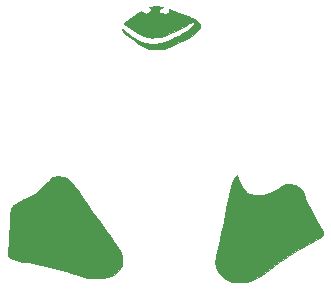
<source format=gbr>
G04 #@! TF.GenerationSoftware,KiCad,Pcbnew,5.1.2*
G04 #@! TF.CreationDate,2019-07-12T11:27:54-05:00*
G04 #@! TF.ProjectId,Tux,5475782e-6b69-4636-9164-5f7063625858,rev?*
G04 #@! TF.SameCoordinates,Original*
G04 #@! TF.FileFunction,Soldermask,Top*
G04 #@! TF.FilePolarity,Negative*
%FSLAX46Y46*%
G04 Gerber Fmt 4.6, Leading zero omitted, Abs format (unit mm)*
G04 Created by KiCad (PCBNEW 5.1.2) date 2019-07-12 11:27:54*
%MOMM*%
%LPD*%
G04 APERTURE LIST*
%ADD10C,0.010000*%
G04 APERTURE END LIST*
D10*
G36*
X161162215Y-101911752D02*
G01*
X161348513Y-102298717D01*
X161545573Y-102628712D01*
X161748258Y-102895021D01*
X161951433Y-103090928D01*
X162149962Y-103209720D01*
X162157090Y-103212524D01*
X162309918Y-103250545D01*
X162522742Y-103275725D01*
X162771826Y-103287784D01*
X163033436Y-103286442D01*
X163283837Y-103271418D01*
X163499295Y-103242432D01*
X163561334Y-103229113D01*
X163888318Y-103122368D01*
X164229536Y-102963658D01*
X164550213Y-102770062D01*
X164663505Y-102687788D01*
X164867885Y-102536570D01*
X165029013Y-102434496D01*
X165165495Y-102372899D01*
X165295939Y-102343113D01*
X165418126Y-102336334D01*
X165628827Y-102357267D01*
X165866169Y-102412944D01*
X166094021Y-102492681D01*
X166276251Y-102585792D01*
X166287789Y-102593507D01*
X166381135Y-102666878D01*
X166464751Y-102757315D01*
X166545774Y-102877081D01*
X166631342Y-103038440D01*
X166728593Y-103253655D01*
X166844663Y-103534988D01*
X166864278Y-103583999D01*
X167009924Y-103935554D01*
X167157289Y-104260529D01*
X167316752Y-104578954D01*
X167498692Y-104910859D01*
X167713488Y-105276274D01*
X167892768Y-105568879D01*
X168022986Y-105783259D01*
X168142352Y-105988140D01*
X168241045Y-106166044D01*
X168309245Y-106299497D01*
X168329897Y-106346818D01*
X168371826Y-106470196D01*
X168379308Y-106551406D01*
X168353608Y-106625046D01*
X168340936Y-106648491D01*
X168282925Y-106724634D01*
X168184203Y-106814433D01*
X168038869Y-106921717D01*
X167841022Y-107050318D01*
X167584760Y-107204067D01*
X167264183Y-107386793D01*
X166873387Y-107602328D01*
X166861792Y-107608646D01*
X166317091Y-107910918D01*
X165837659Y-108189520D01*
X165410382Y-108452803D01*
X165022151Y-108709113D01*
X164659853Y-108966801D01*
X164316892Y-109229059D01*
X163893474Y-109557228D01*
X163520117Y-109831512D01*
X163187140Y-110058018D01*
X162884862Y-110242855D01*
X162603599Y-110392130D01*
X162333672Y-110511952D01*
X162206857Y-110560232D01*
X162085076Y-110596990D01*
X161942899Y-110623765D01*
X161762673Y-110642622D01*
X161526743Y-110655627D01*
X161338834Y-110661820D01*
X161089601Y-110667745D01*
X160907047Y-110668571D01*
X160773252Y-110662594D01*
X160670294Y-110648113D01*
X160580253Y-110623425D01*
X160485210Y-110586829D01*
X160466433Y-110578949D01*
X160108931Y-110395474D01*
X159817115Y-110170101D01*
X159577124Y-109889933D01*
X159394632Y-109581552D01*
X159339379Y-109468295D01*
X159295606Y-109364013D01*
X159264105Y-109260161D01*
X159245667Y-109148194D01*
X159241084Y-109019565D01*
X159251147Y-108865731D01*
X159276647Y-108678145D01*
X159318376Y-108448262D01*
X159377126Y-108167538D01*
X159453687Y-107827427D01*
X159548851Y-107419383D01*
X159624574Y-107098834D01*
X159760917Y-106514684D01*
X159879440Y-105987124D01*
X159985269Y-105491248D01*
X160083531Y-105002149D01*
X160179353Y-104494919D01*
X160277863Y-103944652D01*
X160299944Y-103818000D01*
X160387843Y-103340146D01*
X160473294Y-102937961D01*
X160559092Y-102602611D01*
X160648029Y-102325262D01*
X160742898Y-102097079D01*
X160846493Y-101909227D01*
X160947474Y-101769797D01*
X161047725Y-101647761D01*
X161162215Y-101911752D01*
X161162215Y-101911752D01*
G37*
X161162215Y-101911752D02*
X161348513Y-102298717D01*
X161545573Y-102628712D01*
X161748258Y-102895021D01*
X161951433Y-103090928D01*
X162149962Y-103209720D01*
X162157090Y-103212524D01*
X162309918Y-103250545D01*
X162522742Y-103275725D01*
X162771826Y-103287784D01*
X163033436Y-103286442D01*
X163283837Y-103271418D01*
X163499295Y-103242432D01*
X163561334Y-103229113D01*
X163888318Y-103122368D01*
X164229536Y-102963658D01*
X164550213Y-102770062D01*
X164663505Y-102687788D01*
X164867885Y-102536570D01*
X165029013Y-102434496D01*
X165165495Y-102372899D01*
X165295939Y-102343113D01*
X165418126Y-102336334D01*
X165628827Y-102357267D01*
X165866169Y-102412944D01*
X166094021Y-102492681D01*
X166276251Y-102585792D01*
X166287789Y-102593507D01*
X166381135Y-102666878D01*
X166464751Y-102757315D01*
X166545774Y-102877081D01*
X166631342Y-103038440D01*
X166728593Y-103253655D01*
X166844663Y-103534988D01*
X166864278Y-103583999D01*
X167009924Y-103935554D01*
X167157289Y-104260529D01*
X167316752Y-104578954D01*
X167498692Y-104910859D01*
X167713488Y-105276274D01*
X167892768Y-105568879D01*
X168022986Y-105783259D01*
X168142352Y-105988140D01*
X168241045Y-106166044D01*
X168309245Y-106299497D01*
X168329897Y-106346818D01*
X168371826Y-106470196D01*
X168379308Y-106551406D01*
X168353608Y-106625046D01*
X168340936Y-106648491D01*
X168282925Y-106724634D01*
X168184203Y-106814433D01*
X168038869Y-106921717D01*
X167841022Y-107050318D01*
X167584760Y-107204067D01*
X167264183Y-107386793D01*
X166873387Y-107602328D01*
X166861792Y-107608646D01*
X166317091Y-107910918D01*
X165837659Y-108189520D01*
X165410382Y-108452803D01*
X165022151Y-108709113D01*
X164659853Y-108966801D01*
X164316892Y-109229059D01*
X163893474Y-109557228D01*
X163520117Y-109831512D01*
X163187140Y-110058018D01*
X162884862Y-110242855D01*
X162603599Y-110392130D01*
X162333672Y-110511952D01*
X162206857Y-110560232D01*
X162085076Y-110596990D01*
X161942899Y-110623765D01*
X161762673Y-110642622D01*
X161526743Y-110655627D01*
X161338834Y-110661820D01*
X161089601Y-110667745D01*
X160907047Y-110668571D01*
X160773252Y-110662594D01*
X160670294Y-110648113D01*
X160580253Y-110623425D01*
X160485210Y-110586829D01*
X160466433Y-110578949D01*
X160108931Y-110395474D01*
X159817115Y-110170101D01*
X159577124Y-109889933D01*
X159394632Y-109581552D01*
X159339379Y-109468295D01*
X159295606Y-109364013D01*
X159264105Y-109260161D01*
X159245667Y-109148194D01*
X159241084Y-109019565D01*
X159251147Y-108865731D01*
X159276647Y-108678145D01*
X159318376Y-108448262D01*
X159377126Y-108167538D01*
X159453687Y-107827427D01*
X159548851Y-107419383D01*
X159624574Y-107098834D01*
X159760917Y-106514684D01*
X159879440Y-105987124D01*
X159985269Y-105491248D01*
X160083531Y-105002149D01*
X160179353Y-104494919D01*
X160277863Y-103944652D01*
X160299944Y-103818000D01*
X160387843Y-103340146D01*
X160473294Y-102937961D01*
X160559092Y-102602611D01*
X160648029Y-102325262D01*
X160742898Y-102097079D01*
X160846493Y-101909227D01*
X160947474Y-101769797D01*
X161047725Y-101647761D01*
X161162215Y-101911752D01*
G36*
X146193798Y-101736967D02*
G01*
X146398038Y-101776373D01*
X146591238Y-101849263D01*
X146780080Y-101961384D01*
X146971246Y-102118482D01*
X147171421Y-102326304D01*
X147387287Y-102590595D01*
X147625527Y-102917104D01*
X147892823Y-103311576D01*
X147991199Y-103461722D01*
X148209017Y-103792845D01*
X148430662Y-104122056D01*
X148664753Y-104461642D01*
X148919911Y-104823890D01*
X149204753Y-105221088D01*
X149527900Y-105665524D01*
X149740719Y-105955834D01*
X150082945Y-106425805D01*
X150389559Y-106855666D01*
X150657264Y-107240578D01*
X150882765Y-107575702D01*
X151062767Y-107856203D01*
X151193974Y-108077240D01*
X151225840Y-108136000D01*
X151283098Y-108252773D01*
X151319134Y-108355853D01*
X151338769Y-108471100D01*
X151346822Y-108624371D01*
X151348167Y-108792167D01*
X151345340Y-108999972D01*
X151334242Y-109147347D01*
X151310945Y-109258417D01*
X151271523Y-109357306D01*
X151248989Y-109401430D01*
X151044894Y-109702434D01*
X150782762Y-109946236D01*
X150458911Y-110135569D01*
X150078167Y-110270888D01*
X149851457Y-110315093D01*
X149568960Y-110345055D01*
X149258479Y-110359982D01*
X148947819Y-110359086D01*
X148664782Y-110341574D01*
X148482970Y-110316235D01*
X148354393Y-110286150D01*
X148160214Y-110233355D01*
X147915064Y-110162185D01*
X147633570Y-110076975D01*
X147330363Y-109982060D01*
X147050096Y-109891625D01*
X146619885Y-109752491D01*
X146241966Y-109634959D01*
X145898012Y-109534454D01*
X145569699Y-109446402D01*
X145238701Y-109366227D01*
X144886693Y-109289354D01*
X144495350Y-109211208D01*
X144046346Y-109127215D01*
X143834000Y-109088704D01*
X143371221Y-109003987D01*
X142984535Y-108930035D01*
X142666295Y-108865132D01*
X142408853Y-108807562D01*
X142204562Y-108755610D01*
X142045773Y-108707559D01*
X141924838Y-108661692D01*
X141918304Y-108658833D01*
X141797741Y-108579127D01*
X141722781Y-108460245D01*
X141690441Y-108291364D01*
X141697740Y-108061663D01*
X141715168Y-107921678D01*
X141728477Y-107799982D01*
X141744037Y-107606578D01*
X141761061Y-107354369D01*
X141778766Y-107056259D01*
X141796365Y-106725151D01*
X141813075Y-106373950D01*
X141822218Y-106162056D01*
X141841153Y-105725689D01*
X141859361Y-105365248D01*
X141878275Y-105072018D01*
X141899330Y-104837286D01*
X141923961Y-104652338D01*
X141953602Y-104508460D01*
X141989687Y-104396939D01*
X142033651Y-104309060D01*
X142086927Y-104236111D01*
X142150090Y-104170197D01*
X142228883Y-104112726D01*
X142370895Y-104026722D01*
X142562694Y-103919605D01*
X142790846Y-103798799D01*
X143041918Y-103671723D01*
X143135500Y-103625787D01*
X143982167Y-103213705D01*
X144647409Y-102547725D01*
X144850561Y-102348021D01*
X145043677Y-102164965D01*
X145215557Y-102008652D01*
X145354999Y-101889177D01*
X145450806Y-101816634D01*
X145472909Y-101803729D01*
X145615617Y-101754846D01*
X145803342Y-101730113D01*
X145971834Y-101725299D01*
X146193798Y-101736967D01*
X146193798Y-101736967D01*
G37*
X146193798Y-101736967D02*
X146398038Y-101776373D01*
X146591238Y-101849263D01*
X146780080Y-101961384D01*
X146971246Y-102118482D01*
X147171421Y-102326304D01*
X147387287Y-102590595D01*
X147625527Y-102917104D01*
X147892823Y-103311576D01*
X147991199Y-103461722D01*
X148209017Y-103792845D01*
X148430662Y-104122056D01*
X148664753Y-104461642D01*
X148919911Y-104823890D01*
X149204753Y-105221088D01*
X149527900Y-105665524D01*
X149740719Y-105955834D01*
X150082945Y-106425805D01*
X150389559Y-106855666D01*
X150657264Y-107240578D01*
X150882765Y-107575702D01*
X151062767Y-107856203D01*
X151193974Y-108077240D01*
X151225840Y-108136000D01*
X151283098Y-108252773D01*
X151319134Y-108355853D01*
X151338769Y-108471100D01*
X151346822Y-108624371D01*
X151348167Y-108792167D01*
X151345340Y-108999972D01*
X151334242Y-109147347D01*
X151310945Y-109258417D01*
X151271523Y-109357306D01*
X151248989Y-109401430D01*
X151044894Y-109702434D01*
X150782762Y-109946236D01*
X150458911Y-110135569D01*
X150078167Y-110270888D01*
X149851457Y-110315093D01*
X149568960Y-110345055D01*
X149258479Y-110359982D01*
X148947819Y-110359086D01*
X148664782Y-110341574D01*
X148482970Y-110316235D01*
X148354393Y-110286150D01*
X148160214Y-110233355D01*
X147915064Y-110162185D01*
X147633570Y-110076975D01*
X147330363Y-109982060D01*
X147050096Y-109891625D01*
X146619885Y-109752491D01*
X146241966Y-109634959D01*
X145898012Y-109534454D01*
X145569699Y-109446402D01*
X145238701Y-109366227D01*
X144886693Y-109289354D01*
X144495350Y-109211208D01*
X144046346Y-109127215D01*
X143834000Y-109088704D01*
X143371221Y-109003987D01*
X142984535Y-108930035D01*
X142666295Y-108865132D01*
X142408853Y-108807562D01*
X142204562Y-108755610D01*
X142045773Y-108707559D01*
X141924838Y-108661692D01*
X141918304Y-108658833D01*
X141797741Y-108579127D01*
X141722781Y-108460245D01*
X141690441Y-108291364D01*
X141697740Y-108061663D01*
X141715168Y-107921678D01*
X141728477Y-107799982D01*
X141744037Y-107606578D01*
X141761061Y-107354369D01*
X141778766Y-107056259D01*
X141796365Y-106725151D01*
X141813075Y-106373950D01*
X141822218Y-106162056D01*
X141841153Y-105725689D01*
X141859361Y-105365248D01*
X141878275Y-105072018D01*
X141899330Y-104837286D01*
X141923961Y-104652338D01*
X141953602Y-104508460D01*
X141989687Y-104396939D01*
X142033651Y-104309060D01*
X142086927Y-104236111D01*
X142150090Y-104170197D01*
X142228883Y-104112726D01*
X142370895Y-104026722D01*
X142562694Y-103919605D01*
X142790846Y-103798799D01*
X143041918Y-103671723D01*
X143135500Y-103625787D01*
X143982167Y-103213705D01*
X144647409Y-102547725D01*
X144850561Y-102348021D01*
X145043677Y-102164965D01*
X145215557Y-102008652D01*
X145354999Y-101889177D01*
X145450806Y-101816634D01*
X145472909Y-101803729D01*
X145615617Y-101754846D01*
X145803342Y-101730113D01*
X145971834Y-101725299D01*
X146193798Y-101736967D01*
G36*
X154424284Y-87337919D02*
G01*
X154588178Y-87351074D01*
X154703525Y-87371011D01*
X154734834Y-87383006D01*
X154787195Y-87420196D01*
X154765630Y-87433101D01*
X154751126Y-87433713D01*
X154655610Y-87465180D01*
X154555544Y-87538790D01*
X154480920Y-87628055D01*
X154459667Y-87691097D01*
X154498270Y-87784554D01*
X154599638Y-87864429D01*
X154742110Y-87923508D01*
X154904023Y-87954578D01*
X155063717Y-87950425D01*
X155159314Y-87924082D01*
X155288190Y-87849252D01*
X155336930Y-87761750D01*
X155309944Y-87653455D01*
X155308104Y-87649975D01*
X155284399Y-87578439D01*
X155304028Y-87562000D01*
X155354584Y-87576723D01*
X155471879Y-87617918D01*
X155643840Y-87681121D01*
X155858392Y-87761871D01*
X156103462Y-87855705D01*
X156205101Y-87895037D01*
X156468760Y-87996800D01*
X156715882Y-88091123D01*
X156931979Y-88172558D01*
X157102565Y-88235659D01*
X157213153Y-88274979D01*
X157232500Y-88281335D01*
X157409325Y-88359878D01*
X157586576Y-88477350D01*
X157747741Y-88617979D01*
X157876309Y-88765990D01*
X157955770Y-88905609D01*
X157973334Y-88989086D01*
X157933579Y-89152620D01*
X157818310Y-89332846D01*
X157633518Y-89523540D01*
X157385194Y-89718475D01*
X157093640Y-89903222D01*
X156767370Y-90083788D01*
X156407496Y-90270579D01*
X156038109Y-90451892D01*
X155683302Y-90616024D01*
X155367164Y-90751275D01*
X155264000Y-90791967D01*
X155070233Y-90864287D01*
X154918588Y-90913196D01*
X154781678Y-90943853D01*
X154632116Y-90961416D01*
X154442513Y-90971043D01*
X154290334Y-90975351D01*
X154077405Y-90977726D01*
X153887011Y-90974472D01*
X153739720Y-90966293D01*
X153656099Y-90953893D01*
X153655334Y-90953645D01*
X153454489Y-90871625D01*
X153209851Y-90746902D01*
X152935477Y-90589046D01*
X152645425Y-90407624D01*
X152353754Y-90212205D01*
X152074520Y-90012357D01*
X151821783Y-89817649D01*
X151609600Y-89637648D01*
X151452029Y-89481923D01*
X151399820Y-89418471D01*
X151334523Y-89316012D01*
X151328307Y-89268367D01*
X151376813Y-89274281D01*
X151475679Y-89332499D01*
X151620546Y-89441767D01*
X151695025Y-89503398D01*
X152125014Y-89834864D01*
X152558367Y-90106802D01*
X152986405Y-90315249D01*
X153400450Y-90456245D01*
X153791823Y-90525827D01*
X153949927Y-90532804D01*
X154231781Y-90507639D01*
X154571455Y-90434230D01*
X154959469Y-90315712D01*
X155386344Y-90155215D01*
X155842602Y-89955873D01*
X156158027Y-89803140D01*
X156508322Y-89614606D01*
X156811291Y-89426405D01*
X157060548Y-89243777D01*
X157249710Y-89071963D01*
X157372390Y-88916204D01*
X157422204Y-88781742D01*
X157423000Y-88764775D01*
X157416196Y-88691576D01*
X157379389Y-88665828D01*
X157287990Y-88673552D01*
X157268121Y-88676722D01*
X157179575Y-88706840D01*
X157035449Y-88773725D01*
X156851876Y-88869133D01*
X156644988Y-88984823D01*
X156513245Y-89062423D01*
X156055544Y-89327200D01*
X155648271Y-89539321D01*
X155279414Y-89703308D01*
X154936961Y-89823686D01*
X154608898Y-89904979D01*
X154283215Y-89951710D01*
X154121000Y-89963355D01*
X153867831Y-89969898D01*
X153644192Y-89958810D01*
X153436704Y-89925029D01*
X153231988Y-89863493D01*
X153016665Y-89769138D01*
X152777355Y-89636904D01*
X152500679Y-89461727D01*
X152173258Y-89238545D01*
X152135156Y-89211956D01*
X151953740Y-89088912D01*
X151791649Y-88985936D01*
X151663877Y-88912053D01*
X151585417Y-88876288D01*
X151574240Y-88874334D01*
X151509181Y-88856988D01*
X151496334Y-88835923D01*
X151529554Y-88781170D01*
X151621290Y-88688616D01*
X151759655Y-88567489D01*
X151932761Y-88427018D01*
X152128722Y-88276432D01*
X152335649Y-88124960D01*
X152541656Y-87981830D01*
X152734856Y-87856272D01*
X152838581Y-87793849D01*
X152974328Y-87715248D01*
X153063904Y-87829124D01*
X153183592Y-87917735D01*
X153342238Y-87947214D01*
X153517585Y-87916921D01*
X153659363Y-87846261D01*
X153777954Y-87742271D01*
X153814359Y-87641026D01*
X153770381Y-87534570D01*
X153738473Y-87496875D01*
X153644617Y-87396970D01*
X153766392Y-87363068D01*
X153882896Y-87344121D01*
X154047485Y-87333945D01*
X154236000Y-87332044D01*
X154424284Y-87337919D01*
X154424284Y-87337919D01*
G37*
X154424284Y-87337919D02*
X154588178Y-87351074D01*
X154703525Y-87371011D01*
X154734834Y-87383006D01*
X154787195Y-87420196D01*
X154765630Y-87433101D01*
X154751126Y-87433713D01*
X154655610Y-87465180D01*
X154555544Y-87538790D01*
X154480920Y-87628055D01*
X154459667Y-87691097D01*
X154498270Y-87784554D01*
X154599638Y-87864429D01*
X154742110Y-87923508D01*
X154904023Y-87954578D01*
X155063717Y-87950425D01*
X155159314Y-87924082D01*
X155288190Y-87849252D01*
X155336930Y-87761750D01*
X155309944Y-87653455D01*
X155308104Y-87649975D01*
X155284399Y-87578439D01*
X155304028Y-87562000D01*
X155354584Y-87576723D01*
X155471879Y-87617918D01*
X155643840Y-87681121D01*
X155858392Y-87761871D01*
X156103462Y-87855705D01*
X156205101Y-87895037D01*
X156468760Y-87996800D01*
X156715882Y-88091123D01*
X156931979Y-88172558D01*
X157102565Y-88235659D01*
X157213153Y-88274979D01*
X157232500Y-88281335D01*
X157409325Y-88359878D01*
X157586576Y-88477350D01*
X157747741Y-88617979D01*
X157876309Y-88765990D01*
X157955770Y-88905609D01*
X157973334Y-88989086D01*
X157933579Y-89152620D01*
X157818310Y-89332846D01*
X157633518Y-89523540D01*
X157385194Y-89718475D01*
X157093640Y-89903222D01*
X156767370Y-90083788D01*
X156407496Y-90270579D01*
X156038109Y-90451892D01*
X155683302Y-90616024D01*
X155367164Y-90751275D01*
X155264000Y-90791967D01*
X155070233Y-90864287D01*
X154918588Y-90913196D01*
X154781678Y-90943853D01*
X154632116Y-90961416D01*
X154442513Y-90971043D01*
X154290334Y-90975351D01*
X154077405Y-90977726D01*
X153887011Y-90974472D01*
X153739720Y-90966293D01*
X153656099Y-90953893D01*
X153655334Y-90953645D01*
X153454489Y-90871625D01*
X153209851Y-90746902D01*
X152935477Y-90589046D01*
X152645425Y-90407624D01*
X152353754Y-90212205D01*
X152074520Y-90012357D01*
X151821783Y-89817649D01*
X151609600Y-89637648D01*
X151452029Y-89481923D01*
X151399820Y-89418471D01*
X151334523Y-89316012D01*
X151328307Y-89268367D01*
X151376813Y-89274281D01*
X151475679Y-89332499D01*
X151620546Y-89441767D01*
X151695025Y-89503398D01*
X152125014Y-89834864D01*
X152558367Y-90106802D01*
X152986405Y-90315249D01*
X153400450Y-90456245D01*
X153791823Y-90525827D01*
X153949927Y-90532804D01*
X154231781Y-90507639D01*
X154571455Y-90434230D01*
X154959469Y-90315712D01*
X155386344Y-90155215D01*
X155842602Y-89955873D01*
X156158027Y-89803140D01*
X156508322Y-89614606D01*
X156811291Y-89426405D01*
X157060548Y-89243777D01*
X157249710Y-89071963D01*
X157372390Y-88916204D01*
X157422204Y-88781742D01*
X157423000Y-88764775D01*
X157416196Y-88691576D01*
X157379389Y-88665828D01*
X157287990Y-88673552D01*
X157268121Y-88676722D01*
X157179575Y-88706840D01*
X157035449Y-88773725D01*
X156851876Y-88869133D01*
X156644988Y-88984823D01*
X156513245Y-89062423D01*
X156055544Y-89327200D01*
X155648271Y-89539321D01*
X155279414Y-89703308D01*
X154936961Y-89823686D01*
X154608898Y-89904979D01*
X154283215Y-89951710D01*
X154121000Y-89963355D01*
X153867831Y-89969898D01*
X153644192Y-89958810D01*
X153436704Y-89925029D01*
X153231988Y-89863493D01*
X153016665Y-89769138D01*
X152777355Y-89636904D01*
X152500679Y-89461727D01*
X152173258Y-89238545D01*
X152135156Y-89211956D01*
X151953740Y-89088912D01*
X151791649Y-88985936D01*
X151663877Y-88912053D01*
X151585417Y-88876288D01*
X151574240Y-88874334D01*
X151509181Y-88856988D01*
X151496334Y-88835923D01*
X151529554Y-88781170D01*
X151621290Y-88688616D01*
X151759655Y-88567489D01*
X151932761Y-88427018D01*
X152128722Y-88276432D01*
X152335649Y-88124960D01*
X152541656Y-87981830D01*
X152734856Y-87856272D01*
X152838581Y-87793849D01*
X152974328Y-87715248D01*
X153063904Y-87829124D01*
X153183592Y-87917735D01*
X153342238Y-87947214D01*
X153517585Y-87916921D01*
X153659363Y-87846261D01*
X153777954Y-87742271D01*
X153814359Y-87641026D01*
X153770381Y-87534570D01*
X153738473Y-87496875D01*
X153644617Y-87396970D01*
X153766392Y-87363068D01*
X153882896Y-87344121D01*
X154047485Y-87333945D01*
X154236000Y-87332044D01*
X154424284Y-87337919D01*
M02*

</source>
